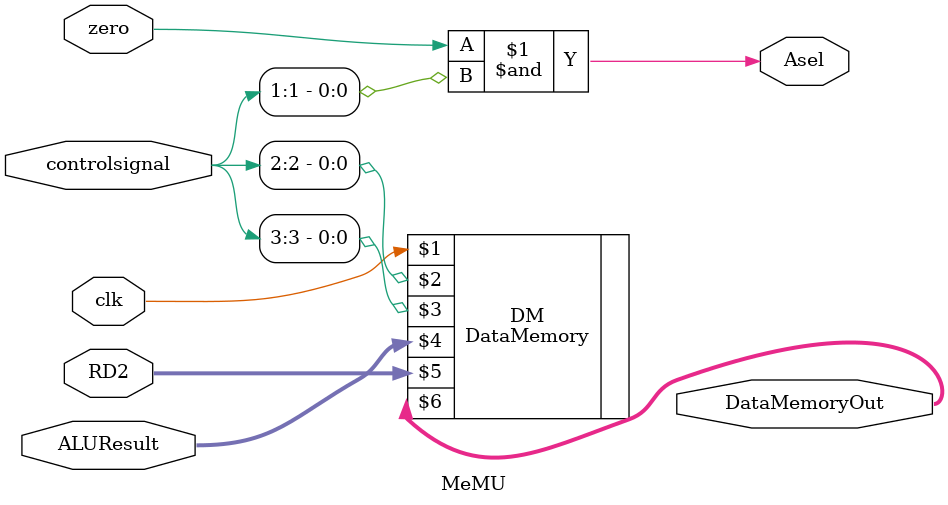
<source format=v>
module MeMU (input clk, 
input [63:0] ALUResult, RD2, 
input zero, 
input [5:0] controlsignal,
output [63:0] DataMemoryOut,
output Asel 
);


and BranchAnd(Asel,zero,controlsignal[1]);
DataMemory DM(clk,controlsignal[2],controlsignal[3],ALUResult,RD2,DataMemoryOut);

endmodule 
 

</source>
